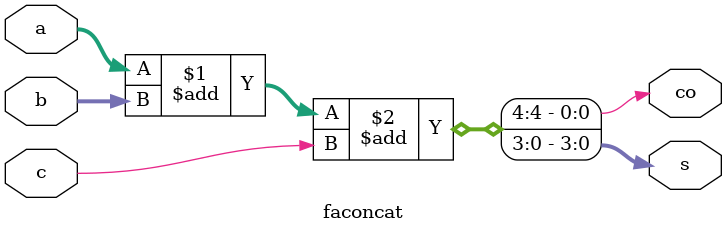
<source format=v>
module faconcat (
input [3:0]a,b,
input c,
output [3:0]s,
output co);

assign {co,s} = a+b+c;

endmodule


</source>
